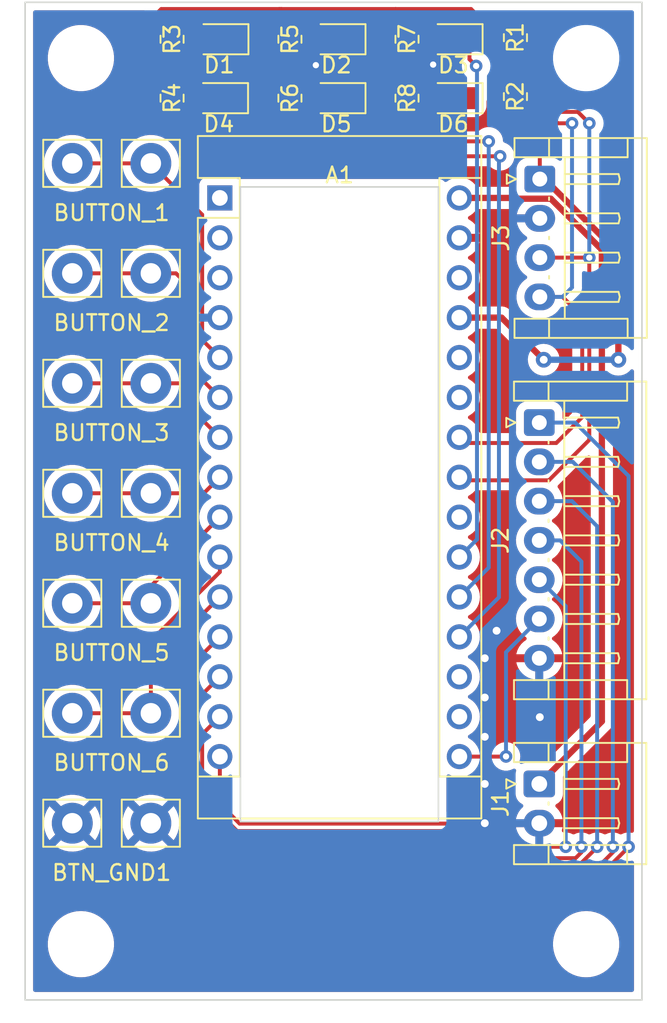
<source format=kicad_pcb>
(kicad_pcb (version 20211014) (generator pcbnew)
  (layers (0 "F.Cu" signal) (31 "B.Cu" signal) (34 "B.Paste" user) (35 "F.Paste" user) (36 "B.SilkS" user "B.Silkscreen") (37 "F.SilkS" user "F.Silkscreen") (38 "B.Mask" user) (39 "F.Mask" user) (44 "Edge.Cuts" user))
  (net 0 "")
  (net 4 "GND")
  (net 5 "Net-(A1-Pad5)")
  (net 6 "Net-(A1-Pad6)")
  (net 7 "Net-(A1-Pad7)")
  (net 8 "Net-(A1-Pad8)")
  (net 9 "Net-(A1-Pad9)")
  (net 10 "Net-(A1-Pad10)")
  (net 11 "Net-(A1-Pad11)")
  (net 12 "Net-(A1-Pad12)")
  (net 13 "Net-(A1-Pad13)")
  (net 14 "Net-(A1-Pad14)")
  (net 15 "Net-(A1-Pad15)")
  (net 16 "Net-(A1-Pad16)")
  (net 19 "/LED14")
  (net 20 "/LED25")
  (net 21 "/LED36")
  (net 23 "Net-(A1-Pad23)")
  (net 24 "Net-(A1-Pad24)")
  (net 27 "+5V")
  (net 29 "Net-(A1-Pad30)")
  (net 30 "Net-(D1-Pad2)")
  (net 31 "Net-(D3-Pad2)")
  (net 32 "Net-(D4-Pad1)")
  (net 33 "Net-(D6-Pad1)")
  (net 34 "Net-(D2-Pad2)")
  (net 35 "Net-(D5-Pad1)")
  (footprint "Resistor_SMD:R_0805_2012Metric_Pad1.20x1.40mm_HandSolder" (layer "F.Cu") (at 121.35 69.85 90)
    (fp_text reference "R4" (at 0 0 90) (layer "F.SilkS"))
    (fp_text value "150")
    (pad "1" smd roundrect (at -1 0 90) (size 1.2 1.4) (layers "F.Cu" "F.Paste" "F.Mask") (roundrect_rratio 0.208333) (net 32 "Net-(D4-Pad1)"))
    (pad "2" smd roundrect (at 1 0 90) (size 1.2 1.4) (layers "F.Cu" "F.Paste" "F.Mask") (roundrect_rratio 0.208333) (net 4 "GND"))
  )
  (footprint "Resistor_SMD:R_0805_2012Metric_Pad1.20x1.40mm_HandSolder" (layer "F.Cu") (at 128.85 66.1 90)
    (fp_text reference "R5" (at 0 0 90) (layer "F.SilkS"))
    (fp_text value "150")
    (pad "1" smd roundrect (at -1 0 90) (size 1.2 1.4) (layers "F.Cu" "F.Paste" "F.Mask") (roundrect_rratio 0.208333) (net 27 "+5V"))
    (pad "2" smd roundrect (at 1 0 90) (size 1.2 1.4) (layers "F.Cu" "F.Paste" "F.Mask") (roundrect_rratio 0.208333) (net 34 "Net-(D2-Pad2)"))
  )
  (footprint "LED_SMD:LED_0805_2012Metric_Pad1.15x1.40mm_HandSolder" (layer "F.Cu") (at 124.325 69.85 180)
    (fp_text reference "D4" (at 0 -1.65) (layer "F.SilkS"))
    (fp_text value "LED")
    (pad "1" smd roundrect (at -1.025 0 180) (size 1.15 1.4) (layers "F.Cu" "F.Paste" "F.Mask") (roundrect_rratio 0.217391) (net 32 "Net-(D4-Pad1)"))
    (pad "2" smd roundrect (at 1.025 0 180) (size 1.15 1.4) (layers "F.Cu" "F.Paste" "F.Mask") (roundrect_rratio 0.217391) (net 19 "/LED14"))
  )
  (footprint "Library:RA_Pin_D1.3mm_5.0mm" (layer "F.Cu") (at 117.5 116)
    (fp_text reference "BTN_GND1" (at 0 3.15) (layer "F.SilkS"))
    (fp_text value "Conn_01x01_Male")
    (pad "1" thru_hole circle (at 2.5 0) (size 2.6 2.6) (drill 1.3) (layers *.Cu *.Mask) (net 4 "GND"))
    (pad "1" thru_hole circle (at -2.5 0) (size 2.6 2.6) (drill 1.3) (layers *.Cu *.Mask) (net 4 "GND"))
  )
  (footprint "LED_SMD:LED_0805_2012Metric_Pad1.15x1.40mm_HandSolder" (layer "F.Cu") (at 124.35 66.1 180)
    (fp_text reference "D1" (at 0 -1.65) (layer "F.SilkS"))
    (fp_text value "LED")
    (pad "1" smd roundrect (at -1.025 0 180) (size 1.15 1.4) (layers "F.Cu" "F.Paste" "F.Mask") (roundrect_rratio 0.217391) (net 19 "/LED14"))
    (pad "2" smd roundrect (at 1.025 0 180) (size 1.15 1.4) (layers "F.Cu" "F.Paste" "F.Mask") (roundrect_rratio 0.217391) (net 30 "Net-(D1-Pad2)"))
  )
  (footprint "LED_SMD:LED_0805_2012Metric_Pad1.15x1.40mm_HandSolder" (layer "F.Cu") (at 131.8 66.1 180)
    (fp_text reference "D2" (at 0 -1.65) (layer "F.SilkS"))
    (fp_text value "LED")
    (pad "1" smd roundrect (at -1.025 0 180) (size 1.15 1.4) (layers "F.Cu" "F.Paste" "F.Mask") (roundrect_rratio 0.217391) (net 20 "/LED25"))
    (pad "2" smd roundrect (at 1.025 0 180) (size 1.15 1.4) (layers "F.Cu" "F.Paste" "F.Mask") (roundrect_rratio 0.217391) (net 34 "Net-(D2-Pad2)"))
  )
  (footprint "Connector_JST:JST_EH_S2B-EH_1x02_P2.50mm_Horizontal" (layer "F.Cu") (at 144.7175 113.5 -90)
    (fp_text reference "J1" (at 1.25 2.4675 -90) (layer "F.SilkS"))
    (fp_text value "Conn_01x02_Male")
    (pad "1" thru_hole roundrect (at 0 0 270) (size 1.7 2) (drill 1) (layers *.Cu *.Mask) (roundrect_rratio 0.147059) (net 29 "Net-(A1-Pad30)"))
    (pad "2" thru_hole oval (at 2.5 0 270) (size 1.7 2) (drill 1) (layers *.Cu *.Mask) (net 4 "GND"))
  )
  (footprint "LED_SMD:LED_0805_2012Metric_Pad1.15x1.40mm_HandSolder" (layer "F.Cu") (at 139.25 66.1 180)
    (fp_text reference "D3" (at 0 -1.65) (layer "F.SilkS"))
    (fp_text value "LED")
    (pad "1" smd roundrect (at -1.025 0 180) (size 1.15 1.4) (layers "F.Cu" "F.Paste" "F.Mask") (roundrect_rratio 0.217391) (net 21 "/LED36"))
    (pad "2" smd roundrect (at 1.025 0 180) (size 1.15 1.4) (layers "F.Cu" "F.Paste" "F.Mask") (roundrect_rratio 0.217391) (net 31 "Net-(D3-Pad2)"))
  )
  (footprint "Connector_JST:JST_EH_S7B-EH_1x07_P2.50mm_Horizontal" (layer "F.Cu") (at 144.7175 90.5 -90)
    (fp_text reference "J2" (at 7.5 2.4675 -90) (layer "F.SilkS"))
    (fp_text value "Conn_01x07_Male")
    (pad "1" thru_hole roundrect (at 0 0 270) (size 1.7 1.95) (drill 0.95) (layers *.Cu *.Mask) (roundrect_rratio 0.147059) (net 11 "Net-(A1-Pad11)"))
    (pad "2" thru_hole oval (at 2.5 0 270) (size 1.7 1.95) (drill 0.95) (layers *.Cu *.Mask) (net 12 "Net-(A1-Pad12)"))
    (pad "3" thru_hole oval (at 5 0 270) (size 1.7 1.95) (drill 0.95) (layers *.Cu *.Mask) (net 13 "Net-(A1-Pad13)"))
    (pad "4" thru_hole oval (at 7.5 0 270) (size 1.7 1.95) (drill 0.95) (layers *.Cu *.Mask) (net 14 "Net-(A1-Pad14)"))
    (pad "5" thru_hole oval (at 10 0 270) (size 1.7 1.95) (drill 0.95) (layers *.Cu *.Mask) (net 15 "Net-(A1-Pad15)"))
    (pad "6" thru_hole oval (at 12.5 0 270) (size 1.7 1.95) (drill 0.95) (layers *.Cu *.Mask) (net 16 "Net-(A1-Pad16)"))
    (pad "7" thru_hole oval (at 15 0 270) (size 1.7 1.95) (drill 0.95) (layers *.Cu *.Mask) (net 4 "GND"))
  )
  (footprint "MountingHole:MountingHole_3.2mm_M3" (layer "F.Cu") (at 115.55 67.3)
    (fp_text reference "H1" hide)
    (fp_text value "MountingHole")
    (pad "" np_thru_hole circle (at 0 0) (size 3.2 3.2) (drill 3.2) (layers *.Cu *.Mask))
  )
  (footprint "MountingHole:MountingHole_3.2mm_M3" (layer "F.Cu") (at 115.55 123.7)
    (fp_text reference "H4" hide)
    (fp_text value "MountingHole")
    (pad "" np_thru_hole circle (at 0 0) (size 3.2 3.2) (drill 3.2) (layers *.Cu *.Mask))
  )
  (footprint "LED_SMD:LED_0805_2012Metric_Pad1.15x1.40mm_HandSolder" (layer "F.Cu") (at 139.25 69.85 180)
    (fp_text reference "D6" (at 0 -1.65) (layer "F.SilkS"))
    (fp_text value "LED")
    (pad "1" smd roundrect (at -1.025 0 180) (size 1.15 1.4) (layers "F.Cu" "F.Paste" "F.Mask") (roundrect_rratio 0.217391) (net 33 "Net-(D6-Pad1)"))
    (pad "2" smd roundrect (at 1.025 0 180) (size 1.15 1.4) (layers "F.Cu" "F.Paste" "F.Mask") (roundrect_rratio 0.217391) (net 21 "/LED36"))
  )
  (footprint "Resistor_SMD:R_0805_2012Metric_Pad1.20x1.40mm_HandSolder" (layer "F.Cu") (at 143.2 66 90)
    (fp_text reference "R1" (at 0 0 90) (layer "F.SilkS"))
    (fp_text value "2K2")
    (pad "1" smd roundrect (at -1 0 90) (size 1.2 1.4) (layers "F.Cu" "F.Paste" "F.Mask") (roundrect_rratio 0.208333) (net 27 "+5V"))
    (pad "2" smd roundrect (at 1 0 90) (size 1.2 1.4) (layers "F.Cu" "F.Paste" "F.Mask") (roundrect_rratio 0.208333) (net 23 "Net-(A1-Pad23)"))
  )
  (footprint "Resistor_SMD:R_0805_2012Metric_Pad1.20x1.40mm_HandSolder" (layer "F.Cu") (at 136.3 69.85 90)
    (fp_text reference "R8" (at 0 0 90) (layer "F.SilkS"))
    (fp_text value "150")
    (pad "1" smd roundrect (at -1 0 90) (size 1.2 1.4) (layers "F.Cu" "F.Paste" "F.Mask") (roundrect_rratio 0.208333) (net 33 "Net-(D6-Pad1)"))
    (pad "2" smd roundrect (at 1 0 90) (size 1.2 1.4) (layers "F.Cu" "F.Paste" "F.Mask") (roundrect_rratio 0.208333) (net 4 "GND"))
  )
  (footprint "MountingHole:MountingHole_3.2mm_M3" (layer "F.Cu") (at 147.7 123.7)
    (fp_text reference "H3" hide)
    (fp_text value "MountingHole")
    (pad "" np_thru_hole circle (at 0 0) (size 3.2 3.2) (drill 3.2) (layers *.Cu *.Mask))
  )
  (footprint "Resistor_SMD:R_0805_2012Metric_Pad1.20x1.40mm_HandSolder" (layer "F.Cu") (at 128.85 69.85 90)
    (fp_text reference "R6" (at 0 0 90) (layer "F.SilkS"))
    (fp_text value "150")
    (pad "1" smd roundrect (at -1 0 90) (size 1.2 1.4) (layers "F.Cu" "F.Paste" "F.Mask") (roundrect_rratio 0.208333) (net 35 "Net-(D5-Pad1)"))
    (pad "2" smd roundrect (at 1 0 90) (size 1.2 1.4) (layers "F.Cu" "F.Paste" "F.Mask") (roundrect_rratio 0.208333) (net 4 "GND"))
  )
  (footprint "Library:RA_Pin_D1.3mm_5.0mm" (layer "F.Cu") (at 117.5 81)
    (fp_text reference "BUTTON_2" (at 0 3.15) (layer "F.SilkS"))
    (fp_text value "Conn_01x01_Male")
    (pad "1" thru_hole circle (at -2.5 0) (size 2.6 2.6) (drill 1.3) (layers *.Cu *.Mask) (net 6 "Net-(A1-Pad6)"))
    (pad "1" thru_hole circle (at 2.5 0) (size 2.6 2.6) (drill 1.3) (layers *.Cu *.Mask) (net 6 "Net-(A1-Pad6)"))
  )
  (footprint "Library:RA_Pin_D1.3mm_5.0mm" (layer "F.Cu") (at 117.5 102)
    (fp_text reference "BUTTON_5" (at 0 3.15) (layer "F.SilkS"))
    (fp_text value "Conn_01x01_Male")
    (pad "1" thru_hole circle (at 2.5 0) (size 2.6 2.6) (drill 1.3) (layers *.Cu *.Mask) (net 9 "Net-(A1-Pad9)"))
    (pad "1" thru_hole circle (at -2.5 0) (size 2.6 2.6) (drill 1.3) (layers *.Cu *.Mask) (net 9 "Net-(A1-Pad9)"))
  )
  (footprint "Library:RA_Pin_D1.3mm_5.0mm" (layer "F.Cu") (at 117.5 74)
    (fp_text reference "BUTTON_1" (at 0 3.15) (layer "F.SilkS"))
    (fp_text value "Conn_01x01_Male")
    (pad "1" thru_hole circle (at 2.5 0) (size 2.6 2.6) (drill 1.3) (layers *.Cu *.Mask) (net 5 "Net-(A1-Pad5)"))
    (pad "1" thru_hole circle (at -2.5 0) (size 2.6 2.6) (drill 1.3) (layers *.Cu *.Mask) (net 5 "Net-(A1-Pad5)"))
  )
  (footprint "LED_SMD:LED_0805_2012Metric_Pad1.15x1.40mm_HandSolder" (layer "F.Cu") (at 131.8 69.85 180)
    (fp_text reference "D5" (at 0 -1.65) (layer "F.SilkS"))
    (fp_text value "LED")
    (pad "1" smd roundrect (at -1.025 0 180) (size 1.15 1.4) (layers "F.Cu" "F.Paste" "F.Mask") (roundrect_rratio 0.217391) (net 35 "Net-(D5-Pad1)"))
    (pad "2" smd roundrect (at 1.025 0 180) (size 1.15 1.4) (layers "F.Cu" "F.Paste" "F.Mask") (roundrect_rratio 0.217391) (net 20 "/LED25"))
  )
  (footprint "Library:RA_Pin_D1.3mm_5.0mm" (layer "F.Cu") (at 117.5 109)
    (fp_text reference "BUTTON_6" (at 0 3.15) (layer "F.SilkS"))
    (fp_text value "Conn_01x01_Male")
    (pad "1" thru_hole circle (at 2.5 0) (size 2.6 2.6) (drill 1.3) (layers *.Cu *.Mask) (net 10 "Net-(A1-Pad10)"))
    (pad "1" thru_hole circle (at -2.5 0) (size 2.6 2.6) (drill 1.3) (layers *.Cu *.Mask) (net 10 "Net-(A1-Pad10)"))
  )
  (footprint "Resistor_SMD:R_0805_2012Metric_Pad1.20x1.40mm_HandSolder" (layer "F.Cu") (at 136.3 66.1 90)
    (fp_text reference "R7" (at 0 0 90) (layer "F.SilkS"))
    (fp_text value "150")
    (pad "1" smd roundrect (at -1 0 90) (size 1.2 1.4) (layers "F.Cu" "F.Paste" "F.Mask") (roundrect_rratio 0.208333) (net 27 "+5V"))
    (pad "2" smd roundrect (at 1 0 90) (size 1.2 1.4) (layers "F.Cu" "F.Paste" "F.Mask") (roundrect_rratio 0.208333) (net 31 "Net-(D3-Pad2)"))
  )
  (footprint "Resistor_SMD:R_0805_2012Metric_Pad1.20x1.40mm_HandSolder" (layer "F.Cu") (at 143.2 69.75 90)
    (fp_text reference "R2" (at 0 0 90) (layer "F.SilkS"))
    (fp_text value "2K2")
    (pad "1" smd roundrect (at -1 0 90) (size 1.2 1.4) (layers "F.Cu" "F.Paste" "F.Mask") (roundrect_rratio 0.208333) (net 27 "+5V"))
    (pad "2" smd roundrect (at 1 0 90) (size 1.2 1.4) (layers "F.Cu" "F.Paste" "F.Mask") (roundrect_rratio 0.208333) (net 24 "Net-(A1-Pad24)"))
  )
  (footprint "Library:Arduino_Nano_3D" (layer "F.Cu") (at 124.39 76.2)
    (fp_text reference "A1" (at 7.62 -1.45) (layer "F.SilkS"))
    (fp_text value "Arduino_Nano_v2.x")
    (pad "1" thru_hole rect (at 0 0) (size 1.6 1.6) (drill 1) (layers *.Cu *.Mask))
    (pad "2" thru_hole oval (at 0 2.54) (size 1.6 1.6) (drill 1) (layers *.Cu *.Mask))
    (pad "3" thru_hole oval (at 0 5.08) (size 1.6 1.6) (drill 1) (layers *.Cu *.Mask))
    (pad "4" thru_hole oval (at 0 7.62) (size 1.6 1.6) (drill 1) (layers *.Cu *.Mask) (net 4 "GND"))
    (pad "5" thru_hole oval (at 0 10.16) (size 1.6 1.6) (drill 1) (layers *.Cu *.Mask) (net 5 "Net-(A1-Pad5)"))
    (pad "6" thru_hole oval (at 0 12.7) (size 1.6 1.6) (drill 1) (layers *.Cu *.Mask) (net 6 "Net-(A1-Pad6)"))
    (pad "7" thru_hole oval (at 0 15.24) (size 1.6 1.6) (drill 1) (layers *.Cu *.Mask) (net 7 "Net-(A1-Pad7)"))
    (pad "8" thru_hole oval (at 0 17.78) (size 1.6 1.6) (drill 1) (layers *.Cu *.Mask) (net 8 "Net-(A1-Pad8)"))
    (pad "9" thru_hole oval (at 0 20.32) (size 1.6 1.6) (drill 1) (layers *.Cu *.Mask) (net 9 "Net-(A1-Pad9)"))
    (pad "10" thru_hole oval (at 0 22.86) (size 1.6 1.6) (drill 1) (layers *.Cu *.Mask) (net 10 "Net-(A1-Pad10)"))
    (pad "11" thru_hole oval (at 0 25.4) (size 1.6 1.6) (drill 1) (layers *.Cu *.Mask) (net 11 "Net-(A1-Pad11)"))
    (pad "12" thru_hole oval (at 0 27.94) (size 1.6 1.6) (drill 1) (layers *.Cu *.Mask) (net 12 "Net-(A1-Pad12)"))
    (pad "13" thru_hole oval (at 0 30.48) (size 1.6 1.6) (drill 1) (layers *.Cu *.Mask) (net 13 "Net-(A1-Pad13)"))
    (pad "14" thru_hole oval (at 0 33.02) (size 1.6 1.6) (drill 1) (layers *.Cu *.Mask) (net 14 "Net-(A1-Pad14)"))
    (pad "15" thru_hole oval (at 0 35.56) (size 1.6 1.6) (drill 1) (layers *.Cu *.Mask) (net 15 "Net-(A1-Pad15)"))
    (pad "16" thru_hole oval (at 15.24 35.56) (size 1.6 1.6) (drill 1) (layers *.Cu *.Mask) (net 16 "Net-(A1-Pad16)"))
    (pad "17" thru_hole oval (at 15.24 33.02) (size 1.6 1.6) (drill 1) (layers *.Cu *.Mask))
    (pad "18" thru_hole oval (at 15.24 30.48) (size 1.6 1.6) (drill 1) (layers *.Cu *.Mask))
    (pad "19" thru_hole oval (at 15.24 27.94) (size 1.6 1.6) (drill 1) (layers *.Cu *.Mask) (net 19 "/LED14"))
    (pad "20" thru_hole oval (at 15.24 25.4) (size 1.6 1.6) (drill 1) (layers *.Cu *.Mask) (net 20 "/LED25"))
    (pad "21" thru_hole oval (at 15.24 22.86) (size 1.6 1.6) (drill 1) (layers *.Cu *.Mask) (net 21 "/LED36"))
    (pad "22" thru_hole oval (at 15.24 20.32) (size 1.6 1.6) (drill 1) (layers *.Cu *.Mask))
    (pad "23" thru_hole oval (at 15.24 17.78) (size 1.6 1.6) (drill 1) (layers *.Cu *.Mask) (net 23 "Net-(A1-Pad23)"))
    (pad "24" thru_hole oval (at 15.24 15.24) (size 1.6 1.6) (drill 1) (layers *.Cu *.Mask) (net 24 "Net-(A1-Pad24)"))
    (pad "25" thru_hole oval (at 15.24 12.7) (size 1.6 1.6) (drill 1) (layers *.Cu *.Mask))
    (pad "26" thru_hole oval (at 15.24 10.16) (size 1.6 1.6) (drill 1) (layers *.Cu *.Mask))
    (pad "27" thru_hole oval (at 15.24 7.62) (size 1.6 1.6) (drill 1) (layers *.Cu *.Mask) (net 27 "+5V"))
    (pad "28" thru_hole oval (at 15.24 5.08) (size 1.6 1.6) (drill 1) (layers *.Cu *.Mask))
    (pad "29" thru_hole oval (at 15.24 2.54) (size 1.6 1.6) (drill 1) (layers *.Cu *.Mask) (net 4 "GND"))
    (pad "30" thru_hole oval (at 15.24 0) (size 1.6 1.6) (drill 1) (layers *.Cu *.Mask) (net 29 "Net-(A1-Pad30)"))
  )
  (footprint "Resistor_SMD:R_0805_2012Metric_Pad1.20x1.40mm_HandSolder" (layer "F.Cu") (at 121.35 66.1 90)
    (fp_text reference "R3" (at 0 0 90) (layer "F.SilkS"))
    (fp_text value "150")
    (pad "1" smd roundrect (at -1 0 90) (size 1.2 1.4) (layers "F.Cu" "F.Paste" "F.Mask") (roundrect_rratio 0.208333) (net 27 "+5V"))
    (pad "2" smd roundrect (at 1 0 90) (size 1.2 1.4) (layers "F.Cu" "F.Paste" "F.Mask") (roundrect_rratio 0.208333) (net 30 "Net-(D1-Pad2)"))
  )
  (footprint "Library:RA_Pin_D1.3mm_5.0mm" (layer "F.Cu") (at 117.5 95)
    (fp_text reference "BUTTON_4" (at 0 3.15) (layer "F.SilkS"))
    (fp_text value "Conn_01x01_Male")
    (pad "1" thru_hole circle (at 2.5 0) (size 2.6 2.6) (drill 1.3) (layers *.Cu *.Mask) (net 8 "Net-(A1-Pad8)"))
    (pad "1" thru_hole circle (at -2.5 0) (size 2.6 2.6) (drill 1.3) (layers *.Cu *.Mask) (net 8 "Net-(A1-Pad8)"))
  )
  (footprint "MountingHole:MountingHole_3.2mm_M3" (layer "F.Cu") (at 147.7 67.3)
    (fp_text reference "H2" hide)
    (fp_text value "MountingHole")
    (pad "" np_thru_hole circle (at 0 0) (size 3.2 3.2) (drill 3.2) (layers *.Cu *.Mask))
  )
  (footprint "Library:RA_Pin_D1.3mm_5.0mm" (layer "F.Cu") (at 117.5 88)
    (fp_text reference "BUTTON_3" (at 0 3.15) (layer "F.SilkS"))
    (fp_text value "Conn_01x01_Male")
    (pad "1" thru_hole circle (at -2.5 0) (size 2.6 2.6) (drill 1.3) (layers *.Cu *.Mask) (net 7 "Net-(A1-Pad7)"))
    (pad "1" thru_hole circle (at 2.5 0) (size 2.6 2.6) (drill 1.3) (layers *.Cu *.Mask) (net 7 "Net-(A1-Pad7)"))
  )
  (footprint "Connector_JST:JST_EH_S4B-EH_1x04_P2.50mm_Horizontal" (layer "F.Cu") (at 144.75 75 -90)
    (fp_text reference "J3" (at 3.75 2.4675 90) (layer "F.SilkS"))
    (fp_text value "Conn_01x04_Female")
    (pad "1" thru_hole roundrect (at 0 0 270) (size 1.7 1.95) (drill 0.95) (layers *.Cu *.Mask) (roundrect_rratio 0.147059) (net 27 "+5V"))
    (pad "2" thru_hole oval (at 2.5 0 270) (size 1.7 1.95) (drill 0.95) (layers *.Cu *.Mask) (net 4 "GND"))
    (pad "3" thru_hole oval (at 5 0 270) (size 1.7 1.95) (drill 0.95) (layers *.Cu *.Mask) (net 23 "Net-(A1-Pad23)"))
    (pad "4" thru_hole oval (at 7.5 0 270) (size 1.7 1.95) (drill 0.95) (layers *.Cu *.Mask) (net 24 "Net-(A1-Pad24)"))
  )
  (gr_line (start 125.7 75.5) (end 125.7 87.8) (layer "Edge.Cuts") (width 0.1))
  (gr_line (start 125.7 87.8) (end 125.7 115.9) (layer "Edge.Cuts") (width 0.1))
  (gr_line (start 112 127.25) (end 151.25 127.25) (layer "Edge.Cuts") (width 0.1))
  (gr_line (start 138.3 115.9) (end 138.3 92.7) (layer "Edge.Cuts") (width 0.1))
  (gr_line (start 125.7 115.9) (end 138.3 115.9) (layer "Edge.Cuts") (width 0.1))
  (gr_line (start 138.3 75.5) (end 125.7 75.5) (layer "Edge.Cuts") (width 0.1))
  (gr_line (start 112 63.75) (end 112 127.25) (layer "Edge.Cuts") (width 0.1))
  (gr_line (start 151.25 63.75) (end 151.25 127.25) (layer "Edge.Cuts") (width 0.1))
  (gr_line (start 151.25 63.75) (end 112 63.75) (layer "Edge.Cuts") (width 0.1))
  (gr_line (start 138.3 92.7) (end 138.3 75.5) (layer "Edge.Cuts") (width 0.1))
  (segment (start 128.85 68.85) (end 129.4 68.85) (width 0.25) (layer "F.Cu") (net 4))
  (segment (start 136.825402 68.85) (end 137.962701 67.712701) (width 0.25) (layer "F.Cu") (net 4))
  (segment (start 136.3 68.85) (end 136.825402 68.85) (width 0.25) (layer "F.Cu") (net 4))
  (segment (start 129.4 68.85) (end 130.5 67.75) (width 0.25) (layer "F.Cu") (net 4))
  (via (at 144.75 109.25) (size 1) (drill 0.5) (layers "F.Cu" "B.Cu") (net 4))
  (via (at 142 103.75) (size 1) (drill 0.5) (layers "F.Cu" "B.Cu") (net 4))
  (via (at 141.25 108) (size 1) (drill 0.5) (layers "F.Cu" "B.Cu") (net 4))
  (via (at 130.5 67.75) (size 0.8) (drill 0.4) (layers "F.Cu" "B.Cu") (net 4))
  (via (at 141.25 113.5) (size 1) (drill 0.5) (layers "F.Cu" "B.Cu") (net 4))
  (via (at 141.25 110.5) (size 1) (drill 0.5) (layers "F.Cu" "B.Cu") (net 4))
  (via (at 137.962701 67.712701) (size 0.8) (drill 0.4) (layers "F.Cu" "B.Cu") (net 4))
  (via (at 141.25 105.5) (size 1) (drill 0.5) (layers "F.Cu" "B.Cu") (net 4))
  (via (at 141.25 116) (size 1) (drill 0.5) (layers "F.Cu" "B.Cu") (net 4))
  (segment (start 120 74) (end 123.265489 77.265489) (width 0.25) (layer "F.Cu") (net 5))
  (segment (start 115 74) (end 120 74) (width 0.25) (layer "F.Cu") (net 5))
  (segment (start 123.265489 77.265489) (end 123.265489 85.235489) (width 0.25) (layer "F.Cu") (net 5))
  (segment (start 123.265489 85.235489) (end 124.39 86.36) (width 0.25) (layer "F.Cu") (net 5))
  (segment (start 121.6 81) (end 122.65 82.05) (width 0.25) (layer "F.Cu") (net 6))
  (segment (start 120 81) (end 121.6 81) (width 0.25) (layer "F.Cu") (net 6))
  (segment (start 115 81) (end 120 81) (width 0.25) (layer "F.Cu") (net 6))
  (segment (start 122.65 87.16) (end 124.39 88.9) (width 0.25) (layer "F.Cu") (net 6))
  (segment (start 122.65 82.05) (end 122.65 87.16) (width 0.25) (layer "F.Cu") (net 6))
  (segment (start 115 88) (end 120 88) (width 0.25) (layer "F.Cu") (net 7))
  (segment (start 120 88) (end 122.1 88) (width 0.25) (layer "F.Cu") (net 7))
  (segment (start 122.8 88.7) (end 122.8 89.85) (width 0.25) (layer "F.Cu") (net 7))
  (segment (start 122.1 88) (end 122.8 88.7) (width 0.25) (layer "F.Cu") (net 7))
  (segment (start 122.8 89.85) (end 124.39 91.44) (width 0.25) (layer "F.Cu") (net 7))
  (segment (start 115 95) (end 120 95) (width 0.25) (layer "F.Cu") (net 8))
  (segment (start 120 95) (end 123.37 95) (width 0.25) (layer "F.Cu") (net 8))
  (segment (start 123.37 95) (end 124.39 93.98) (width 0.25) (layer "F.Cu") (net 8))
  (segment (start 120 100.91) (end 124.39 96.52) (width 0.25) (layer "F.Cu") (net 9))
  (segment (start 120 102) (end 120 100.91) (width 0.25) (layer "F.Cu") (net 9))
  (segment (start 115 102) (end 120 102) (width 0.25) (layer "F.Cu") (net 9))
  (segment (start 124.39 100.0097) (end 124.39 99.06) (width 0.25) (layer "F.Cu") (net 10))
  (segment (start 120 109) (end 120 104.3997) (width 0.25) (layer "F.Cu") (net 10))
  (segment (start 120 104.3997) (end 124.39 100.0097) (width 0.25) (layer "F.Cu") (net 10))
  (segment (start 115 109) (end 120 109) (width 0.25) (layer "F.Cu") (net 10))
  (segment (start 124.39 101.6) (end 121.916929 104.073071) (width 0.25) (layer "F.Cu") (net 11))
  (segment (start 148.274083 119.64904) (end 150.4 117.523123) (width 0.25) (layer "F.Cu") (net 11))
  (segment (start 139 117.89904) (end 140.75 119.64904) (width 0.25) (layer "F.Cu") (net 11))
  (segment (start 140.75 119.64904) (end 148.274083 119.64904) (width 0.25) (layer "F.Cu") (net 11))
  (segment (start 150.4 117.523123) (end 150.4 117.5) (width 0.25) (layer "F.Cu") (net 11))
  (segment (start 121.916929 114.836605) (end 124.979366 117.89904) (width 0.25) (layer "F.Cu") (net 11))
  (segment (start 124.979366 117.89904) (end 139 117.89904) (width 0.25) (layer "F.Cu") (net 11))
  (segment (start 121.916929 104.073071) (end 121.916929 114.836605) (width 0.25) (layer "F.Cu") (net 11))
  (via (at 150.4 117.5) (size 0.8) (drill 0.4) (layers "F.Cu" "B.Cu") (net 11))
  (segment (start 150.4 93.9) (end 150.4 117.5) (width 0.25) (layer "B.Cu") (net 11))
  (segment (start 150 93.5) (end 150.4 93.9) (width 0.25) (layer "B.Cu") (net 11))
  (segment (start 144.7175 90.5) (end 147 90.5) (width 0.25) (layer "B.Cu") (net 11))
  (segment (start 147 90.5) (end 150 93.5) (width 0.25) (layer "B.Cu") (net 11))
  (segment (start 125.165563 117.44952) (end 139.25 117.44952) (width 0.25) (layer "F.Cu") (net 12))
  (segment (start 149.398509 117.851491) (end 149.398509 117.5) (width 0.25) (layer "F.Cu") (net 12))
  (segment (start 122.366449 114.650407) (end 125.165563 117.44952) (width 0.25) (layer "F.Cu") (net 12))
  (segment (start 141 119.19952) (end 148.05048 119.19952) (width 0.25) (layer "F.Cu") (net 12))
  (segment (start 124.39 104.14) (end 122.366449 106.163551) (width 0.25) (layer "F.Cu") (net 12))
  (segment (start 122.366449 106.163551) (end 122.366449 114.650407) (width 0.25) (layer "F.Cu") (net 12))
  (segment (start 148.05048 119.19952) (end 149.398509 117.851491) (width 0.25) (layer "F.Cu") (net 12))
  (segment (start 139.25 117.44952) (end 141 119.19952) (width 0.25) (layer "F.Cu") (net 12))
  (via (at 149.398509 117.5) (size 0.8) (drill 0.4) (layers "F.Cu" "B.Cu") (net 12))
  (segment (start 146.85 93) (end 144.7175 93) (width 0.25) (layer "B.Cu") (net 12))
  (segment (start 149.398509 117.5) (end 149.398509 95.548509) (width 0.25) (layer "B.Cu") (net 12))
  (segment (start 149.398509 95.548509) (end 146.85 93) (width 0.25) (layer "B.Cu") (net 12))
  (segment (start 147.174117 118.75) (end 148.399006 117.525111) (width 0.25) (layer "F.Cu") (net 13))
  (segment (start 124.39 106.68) (end 122.815969 108.254031) (width 0.25) (layer "F.Cu") (net 13))
  (segment (start 122.815969 114.464209) (end 125.35176 117) (width 0.25) (layer "F.Cu") (net 13))
  (segment (start 122.815969 108.254031) (end 122.815969 114.464209) (width 0.25) (layer "F.Cu") (net 13))
  (segment (start 125.35176 117) (end 139.75 117) (width 0.25) (layer "F.Cu") (net 13))
  (segment (start 139.75 117) (end 141.5 118.75) (width 0.25) (layer "F.Cu") (net 13))
  (segment (start 148.399006 117.525111) (end 148.399006 117.5) (width 0.25) (layer "F.Cu") (net 13))
  (segment (start 141.5 118.75) (end 147.174117 118.75) (width 0.25) (layer "F.Cu") (net 13))
  (via (at 148.399006 117.5) (size 0.8) (drill 0.4) (layers "F.Cu" "B.Cu") (net 13))
  (segment (start 148.399006 97.099006) (end 146.8 95.5) (width 0.25) (layer "B.Cu") (net 13))
  (segment (start 146.8 95.5) (end 144.7175 95.5) (width 0.25) (layer "B.Cu") (net 13))
  (segment (start 148.399006 117.5) (end 148.399006 97.099006) (width 0.25) (layer "B.Cu") (net 13))
  (segment (start 124.39 109.22) (end 123.265489 110.344511) (width 0.25) (layer "F.Cu") (net 14))
  (segment (start 125.487478 116.5) (end 139.948246 116.5) (width 0.25) (layer "F.Cu") (net 14))
  (segment (start 123.265489 110.344511) (end 123.265489 114.278011) (width 0.25) (layer "F.Cu") (net 14))
  (segment (start 123.265489 114.278011) (end 125.487478 116.5) (width 0.25) (layer "F.Cu") (net 14))
  (segment (start 141.672757 118.224511) (end 147.025489 118.224511) (width 0.25) (layer "F.Cu") (net 14))
  (segment (start 147.399503 117.850497) (end 147.399503 117.5) (width 0.25) (layer "F.Cu") (net 14))
  (segment (start 147.025489 118.224511) (end 147.399503 117.850497) (width 0.25) (layer "F.Cu") (net 14))
  (segment (start 139.948246 116.5) (end 141.672757 118.224511) (width 0.25) (layer "F.Cu") (net 14))
  (via (at 147.399503 117.5) (size 0.8) (drill 0.4) (layers "F.Cu" "B.Cu") (net 14))
  (segment (start 147.399503 99.349503) (end 146.05 98) (width 0.25) (layer "B.Cu") (net 14))
  (segment (start 146.05 98) (end 144.7175 98) (width 0.25) (layer "B.Cu") (net 14))
  (segment (start 147.399503 117.5) (end 147.399503 99.349503) (width 0.25) (layer "B.Cu") (net 14))
  (segment (start 124.39 114.766804) (end 124.39 111.76) (width 0.25) (layer "F.Cu") (net 15))
  (segment (start 146.4 117.5) (end 141.583964 117.5) (width 0.25) (layer "F.Cu") (net 15))
  (segment (start 140.108984 116.02502) (end 125.648216 116.02502) (width 0.25) (layer "F.Cu") (net 15))
  (segment (start 141.583964 117.5) (end 140.108984 116.02502) (width 0.25) (layer "F.Cu") (net 15))
  (segment (start 125.648216 116.02502) (end 124.39 114.766804) (width 0.25) (layer "F.Cu") (net 15))
  (via (at 146.4 117.5) (size 0.8) (drill 0.4) (layers "F.Cu" "B.Cu") (net 15))
  (segment (start 144.7175 100.5) (end 146.4 102.1825) (width 0.25) (layer "B.Cu") (net 15))
  (segment (start 146.4 102.1825) (end 146.4 117.5) (width 0.25) (layer "B.Cu") (net 15))
  (segment (start 142.59 111.76) (end 139.63 111.76) (width 0.25) (layer "F.Cu") (net 16))
  (segment (start 142.6 111.75) (end 142.59 111.76) (width 0.25) (layer "F.Cu") (net 16))
  (via (at 142.6 111.75) (size 0.8) (drill 0.4) (layers "F.Cu" "B.Cu") (net 16))
  (segment (start 144.7175 103) (end 142.6 105.1175) (width 0.25) (layer "B.Cu") (net 16))
  (segment (start 142.6 105.1175) (end 142.6 111.75) (width 0.25) (layer "B.Cu") (net 16))
  (segment (start 125.375 66.1) (end 127.05 67.775) (width 0.25) (layer "F.Cu") (net 19))
  (segment (start 127.05 72.4) (end 128.15 73.5) (width 0.25) (layer "F.Cu") (net 19))
  (segment (start 128.2 73.55) (end 142.2245 73.55) (width 0.25) (layer "F.Cu") (net 19))
  (segment (start 125.375 66.1) (end 123.3 68.175) (width 0.25) (layer "F.Cu") (net 19))
  (segment (start 123.3 68.175) (end 123.3 69.85) (width 0.25) (layer "F.Cu") (net 19))
  (segment (start 127.05 67.775) (end 127.05 70.65) (width 0.25) (layer "F.Cu") (net 19))
  (segment (start 127.05 70.65) (end 127.05 72.4) (width 0.25) (layer "F.Cu") (net 19))
  (segment (start 128.15 73.5) (end 128.2 73.55) (width 0.25) (layer "F.Cu") (net 19))
  (via (at 142.2245 73.55) (size 0.8) (drill 0.4) (layers "F.Cu" "B.Cu") (net 19))
  (segment (start 142.2245 73.55) (end 142.15048 73.62402) (width 0.25) (layer "B.Cu") (net 19))
  (segment (start 142.15048 101.61952) (end 139.63 104.14) (width 0.25) (layer "B.Cu") (net 19))
  (segment (start 142.15048 73.62402) (end 142.15048 101.61952) (width 0.25) (layer "B.Cu") (net 19))
  (segment (start 134.6 67.875) (end 134.6 70.9) (width 0.25) (layer "F.Cu") (net 20))
  (segment (start 134.6 71.9) (end 135.3 72.6) (width 0.25) (layer "F.Cu") (net 20))
  (segment (start 132.825 66.1) (end 134.6 67.875) (width 0.25) (layer "F.Cu") (net 20))
  (segment (start 132.825 66.1) (end 132.825 66.575) (width 0.25) (layer "F.Cu") (net 20))
  (segment (start 134.6 70.9) (end 134.6 71.9) (width 0.25) (layer "F.Cu") (net 20))
  (segment (start 132.825 66.575) (end 130.775 68.625) (width 0.25) (layer "F.Cu") (net 20))
  (segment (start 130.775 68.625) (end 130.775 69.85) (width 0.25) (layer "F.Cu") (net 20))
  (segment (start 135.3 72.6) (end 141.5 72.6) (width 0.25) (layer "F.Cu") (net 20))
  (via (at 141.5 72.6) (size 0.8) (drill 0.4) (layers "F.Cu" "B.Cu") (net 20))
  (segment (start 141.5 72.6) (end 141.5 99.73) (width 0.25) (layer "B.Cu") (net 20))
  (segment (start 141.5 99.73) (end 139.63 101.6) (width 0.25) (layer "B.Cu") (net 20))
  (segment (start 140.275 66.1) (end 140.275 67.375) (width 0.25) (layer "F.Cu") (net 21))
  (segment (start 138.225 68.475) (end 138.225 69.85) (width 0.25) (layer "F.Cu") (net 21))
  (segment (start 140.275 66.1) (end 140.275 66.425) (width 0.25) (layer "F.Cu") (net 21))
  (segment (start 140.275 66.425) (end 138.225 68.475) (width 0.25) (layer "F.Cu") (net 21))
  (segment (start 140.275 67.375) (end 140.7 67.8) (width 0.25) (layer "F.Cu") (net 21))
  (via (at 140.7 67.8) (size 0.8) (drill 0.4) (layers "F.Cu" "B.Cu") (net 21))
  (segment (start 140.7 67.8) (end 140.754511 67.854511) (width 0.25) (layer "B.Cu") (net 21))
  (segment (start 140.754511 97.935489) (end 139.63 99.06) (width 0.25) (layer "B.Cu") (net 21))
  (segment (start 140.754511 67.854511) (end 140.754511 97.935489) (width 0.25) (layer "B.Cu") (net 21))
  (segment (start 147.175489 70.725489) (end 145.975489 70.725489) (width 0.25) (layer "F.Cu") (net 23))
  (segment (start 144.4 65.35) (end 144.05 65) (width 0.25) (layer "F.Cu") (net 23))
  (segment (start 147.9 91.603522) (end 147.9 80) (width 0.25) (layer "F.Cu") (net 23))
  (segment (start 145.329002 94.17452) (end 147.9 91.603522) (width 0.25) (layer "F.Cu") (net 23))
  (segment (start 147.9 80) (end 144.75 80) (width 0.25) (layer "F.Cu") (net 23))
  (segment (start 147.9 71.45) (end 147.175489 70.725489) (width 0.25) (layer "F.Cu") (net 23))
  (segment (start 144.05 65) (end 143.2 65) (width 0.25) (layer "F.Cu") (net 23))
  (segment (start 145.975489 70.725489) (end 144.4 69.15) (width 0.25) (layer "F.Cu") (net 23))
  (segment (start 139.63 93.98) (end 139.82452 94.17452) (width 0.25) (layer "F.Cu") (net 23))
  (segment (start 144.4 69.15) (end 144.4 65.35) (width 0.25) (layer "F.Cu") (net 23))
  (segment (start 139.82452 94.17452) (end 145.329002 94.17452) (width 0.25) (layer "F.Cu") (net 23))
  (via (at 147.9 71.45) (size 0.8) (drill 0.4) (layers "F.Cu" "B.Cu") (net 23))
  (via (at 147.9 80) (size 0.8) (drill 0.4) (layers "F.Cu" "B.Cu") (net 23))
  (segment (start 147.9 71.45) (end 147.9 80) (width 0.25) (layer "B.Cu") (net 23))
  (segment (start 145.8 91.8) (end 147.45048 90.14952) (width 0.25) (layer "F.Cu") (net 24))
  (segment (start 143.2 68.75) (end 145.9 71.45) (width 0.25) (layer "F.Cu") (net 24))
  (segment (start 146.2 82.5) (end 144.75 82.5) (width 0.25) (layer "F.Cu") (net 24))
  (segment (start 145.9 71.45) (end 146.8 71.45) (width 0.25) (layer "F.Cu") (net 24))
  (segment (start 147.45048 83.75048) (end 146.2 82.5) (width 0.25) (layer "F.Cu") (net 24))
  (segment (start 147.45048 90.14952) (end 147.45048 83.75048) (width 0.25) (layer "F.Cu") (net 24))
  (segment (start 139.63 91.44) (end 139.99 91.8) (width 0.25) (layer "F.Cu") (net 24))
  (segment (start 139.99 91.8) (end 145.8 91.8) (width 0.25) (layer "F.Cu") (net 24))
  (via (at 146.8 71.45) (size 0.8) (drill 0.4) (layers "F.Cu" "B.Cu") (net 24))
  (segment (start 146.2 82.5) (end 144.75 82.5) (width 0.25) (layer "B.Cu") (net 24))
  (segment (start 146.8 81.9) (end 146.2 82.5) (width 0.25) (layer "B.Cu") (net 24))
  (segment (start 146.8 71.45) (end 146.8 81.9) (width 0.25) (layer "B.Cu") (net 24))
  (segment (start 145.048329 75) (end 144.75 75) (width 0.4) (layer "F.Cu") (net 27))
  (segment (start 135.57452 64.17548) (end 135.27548 64.47452) (width 0.25) (layer "F.Cu") (net 27))
  (segment (start 143.2 67) (end 142.17548 68.02452) (width 0.25) (layer "F.Cu") (net 27))
  (segment (start 142.17548 68.02452) (end 142.17548 69.72548) (width 0.25) (layer "F.Cu") (net 27))
  (segment (start 135.27548 64.47452) (end 135.27548 66.07548) (width 0.25) (layer "F.Cu") (net 27))
  (segment (start 120.32548 66.07548) (end 121.35 67.1) (width 0.25) (layer "F.Cu") (net 27))
  (segment (start 135.57452 64.17548) (end 128.32452 64.17548) (width 0.25) (layer "F.Cu") (net 27))
  (segment (start 139.63 83.82) (end 142.32 83.82) (width 0.4) (layer "F.Cu") (net 27))
  (segment (start 127.82548 66.07548) (end 128.85 67.1) (width 0.25) (layer "F.Cu") (net 27))
  (segment (start 127.82548 64.512027) (end 127.82548 66.07548) (width 0.25) (layer "F.Cu") (net 27))
  (segment (start 128.32452 64.17548) (end 128.162027 64.17548) (width 0.25) (layer "F.Cu") (net 27))
  (segment (start 120.32548 64.512027) (end 120.32548 66.07548) (width 0.25) (layer "F.Cu") (net 27))
  (segment (start 120.662027 64.17548) (end 120.32548 64.512027) (width 0.25) (layer "F.Cu") (net 27))
  (segment (start 149.75 86.5) (end 149.75 79.701671) (width 0.4) (layer "F.Cu") (net 27))
  (segment (start 142.32 83.82) (end 145 86.5) (width 0.4) (layer "F.Cu") (net 27))
  (segment (start 149.75 79.701671) (end 145.048329 75) (width 0.4) (layer "F.Cu") (net 27))
  (segment (start 135.27548 66.07548) (end 136.3 67.1) (width 0.25) (layer "F.Cu") (net 27))
  (segment (start 144.75 72.3) (end 144.75 75) (width 0.25) (layer "F.Cu") (net 27))
  (segment (start 128.162027 64.17548) (end 127.82548 64.512027) (width 0.25) (layer "F.Cu") (net 27))
  (segment (start 135.57452 64.17548) (end 140.37548 64.17548) (width 0.25) (layer "F.Cu") (net 27))
  (segment (start 142.17548 69.72548) (end 143.2 70.75) (width 0.25) (layer "F.Cu") (net 27))
  (segment (start 140.37548 64.17548) (end 143.2 67) (width 0.25) (layer "F.Cu") (net 27))
  (segment (start 143.2 70.75) (end 144.75 72.3) (width 0.25) (layer "F.Cu") (net 27))
  (segment (start 128.32452 64.17548) (end 120.662027 64.17548) (width 0.25) (layer "F.Cu") (net 27))
  (via (at 145 86.5) (size 1) (drill 0.5) (layers "F.Cu" "B.Cu") (net 27))
  (via (at 149.75 86.5) (size 1) (drill 0.5) (layers "F.Cu" "B.Cu") (net 27))
  (segment (start 145 86.5) (end 149.75 86.5) (width 0.4) (layer "B.Cu") (net 27))
  (segment (start 143.2 76.2) (end 139.63 76.2) (width 0.4) (layer "F.Cu") (net 29))
  (segment (start 148.699511 79.499031) (end 145.45048 76.25) (width 0.4) (layer "F.Cu") (net 29))
  (segment (start 145.45048 76.25) (end 143.25 76.25) (width 0.4) (layer "F.Cu") (net 29))
  (segment (start 148.699511 109.517989) (end 148.699511 79.499031) (width 0.4) (layer "F.Cu") (net 29))
  (segment (start 144.7175 113.5) (end 148.699511 109.517989) (width 0.4) (layer "F.Cu") (net 29))
  (segment (start 143.25 76.25) (end 143.2 76.2) (width 0.4) (layer "F.Cu") (net 29))
  (segment (start 121.35 65.1) (end 122.325 65.1) (width 0.25) (layer "F.Cu") (net 30))
  (segment (start 122.325 65.1) (end 123.325 66.1) (width 0.25) (layer "F.Cu") (net 30))
  (segment (start 136.3 65.1) (end 137.225 65.1) (width 0.25) (layer "F.Cu") (net 31))
  (segment (start 137.225 65.1) (end 138.225 66.1) (width 0.25) (layer "F.Cu") (net 31))
  (segment (start 121.95 71.45) (end 123.75 71.45) (width 0.25) (layer "F.Cu") (net 32))
  (segment (start 123.75 71.45) (end 125.35 69.85) (width 0.25) (layer "F.Cu") (net 32))
  (segment (start 121.35 70.85) (end 121.95 71.45) (width 0.25) (layer "F.Cu") (net 32))
  (segment (start 139.25048 70.87452) (end 140.275 69.85) (width 0.25) (layer "F.Cu") (net 33))
  (segment (start 136.3 70.85) (end 136.32452 70.87452) (width 0.25) (layer "F.Cu") (net 33))
  (segment (start 136.32452 70.87452) (end 139.25048 70.87452) (width 0.25) (layer "F.Cu") (net 33))
  (segment (start 129.775 65.1) (end 130.775 66.1) (width 0.25) (layer "F.Cu") (net 34))
  (segment (start 128.85 65.1) (end 129.775 65.1) (width 0.25) (layer "F.Cu") (net 34))
  (segment (start 128.87452 70.87452) (end 131.80048 70.87452) (width 0.25) (layer "F.Cu") (net 35))
  (segment (start 131.80048 70.87452) (end 132.825 69.85) (width 0.25) (layer "F.Cu") (net 35))
  (segment (start 128.85 70.85) (end 128.87452 70.87452) (width 0.25) (layer "F.Cu") (net 35))
  (zone (net 4) (net_name "GND") (layers F&B.Cu) (connect_pads (clearance 0.508)) (min_thickness 0.254) (fill yes (thermal_gap 0.508) (thermal_bridge_width 0.508))
    (polygon (pts (xy 151.25 127.25) (xy 112 127.25) (xy 112 63.75) (xy 151.25 63.75)))
  )
)
</source>
